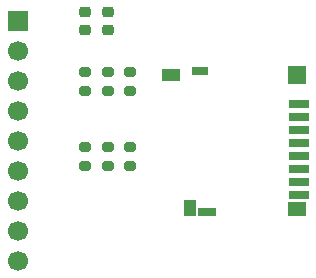
<source format=gbr>
%TF.GenerationSoftware,KiCad,Pcbnew,9.0.2+dfsg-1*%
%TF.CreationDate,2025-06-12T16:54:34+08:00*%
%TF.ProjectId,sd,73642e6b-6963-4616-945f-706362585858,rev?*%
%TF.SameCoordinates,Original*%
%TF.FileFunction,Soldermask,Top*%
%TF.FilePolarity,Negative*%
%FSLAX46Y46*%
G04 Gerber Fmt 4.6, Leading zero omitted, Abs format (unit mm)*
G04 Created by KiCad (PCBNEW 9.0.2+dfsg-1) date 2025-06-12 16:54:34*
%MOMM*%
%LPD*%
G01*
G04 APERTURE LIST*
G04 Aperture macros list*
%AMRoundRect*
0 Rectangle with rounded corners*
0 $1 Rounding radius*
0 $2 $3 $4 $5 $6 $7 $8 $9 X,Y pos of 4 corners*
0 Add a 4 corners polygon primitive as box body*
4,1,4,$2,$3,$4,$5,$6,$7,$8,$9,$2,$3,0*
0 Add four circle primitives for the rounded corners*
1,1,$1+$1,$2,$3*
1,1,$1+$1,$4,$5*
1,1,$1+$1,$6,$7*
1,1,$1+$1,$8,$9*
0 Add four rect primitives between the rounded corners*
20,1,$1+$1,$2,$3,$4,$5,0*
20,1,$1+$1,$4,$5,$6,$7,0*
20,1,$1+$1,$6,$7,$8,$9,0*
20,1,$1+$1,$8,$9,$2,$3,0*%
G04 Aperture macros list end*
%ADD10RoundRect,0.200000X-0.275000X0.200000X-0.275000X-0.200000X0.275000X-0.200000X0.275000X0.200000X0*%
%ADD11R,1.750000X0.700000*%
%ADD12R,1.000000X1.450000*%
%ADD13R,1.550000X1.000000*%
%ADD14R,1.500000X0.800000*%
%ADD15R,1.500000X1.300000*%
%ADD16R,1.500000X1.500000*%
%ADD17R,1.400000X0.800000*%
%ADD18R,1.700000X1.700000*%
%ADD19C,1.700000*%
%ADD20RoundRect,0.225000X0.250000X-0.225000X0.250000X0.225000X-0.250000X0.225000X-0.250000X-0.225000X0*%
G04 APERTURE END LIST*
D10*
%TO.C,R5*%
X155575000Y-95695000D03*
X155575000Y-97345000D03*
%TD*%
D11*
%TO.C,J1*%
X171757500Y-92055000D03*
X171757500Y-93155000D03*
X171757500Y-94255000D03*
X171757500Y-95355000D03*
X171757500Y-96455000D03*
X171757500Y-97555000D03*
X171757500Y-98655000D03*
X171757500Y-99755000D03*
D12*
X162532500Y-100880000D03*
D13*
X160957500Y-89655000D03*
D14*
X164032500Y-101205000D03*
D15*
X171632500Y-100955000D03*
D16*
X171632500Y-89605000D03*
D17*
X163382500Y-89255000D03*
%TD*%
D10*
%TO.C,R1*%
X153670000Y-89345000D03*
X153670000Y-90995000D03*
%TD*%
%TO.C,R2*%
X155575000Y-89345000D03*
X155575000Y-90995000D03*
%TD*%
D18*
%TO.C,J2*%
X147955000Y-85090000D03*
D19*
X147955000Y-87630000D03*
X147955000Y-90170000D03*
X147955000Y-92710000D03*
X147955000Y-95250000D03*
X147955000Y-97790000D03*
X147955000Y-100330000D03*
X147955000Y-102870000D03*
X147955000Y-105410000D03*
%TD*%
D10*
%TO.C,R6*%
X157480000Y-95695000D03*
X157480000Y-97345000D03*
%TD*%
%TO.C,R4*%
X153670000Y-95695000D03*
X153670000Y-97345000D03*
%TD*%
D20*
%TO.C,C1*%
X153670000Y-85865000D03*
X153670000Y-84315000D03*
%TD*%
D10*
%TO.C,R3*%
X157480000Y-89345000D03*
X157480000Y-90995000D03*
%TD*%
D20*
%TO.C,C2*%
X155575000Y-85865000D03*
X155575000Y-84315000D03*
%TD*%
M02*

</source>
